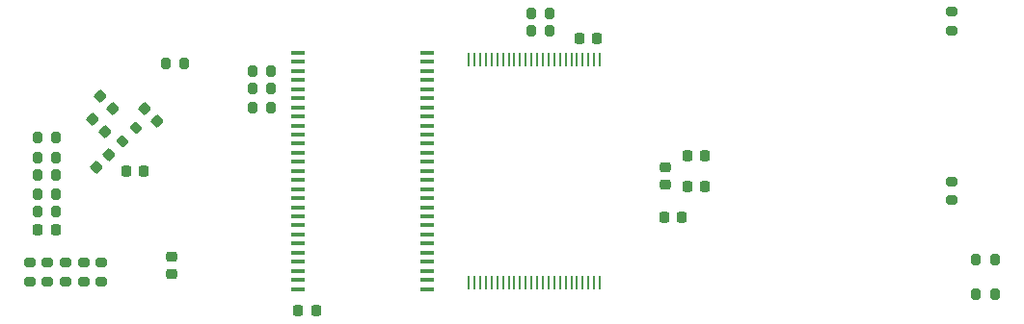
<source format=gbr>
%TF.GenerationSoftware,KiCad,Pcbnew,7.0.7*%
%TF.CreationDate,2024-03-25T22:36:03+08:00*%
%TF.ProjectId,eins2440,65696e73-3234-4343-902e-6b696361645f,rev?*%
%TF.SameCoordinates,Original*%
%TF.FileFunction,Paste,Bot*%
%TF.FilePolarity,Positive*%
%FSLAX46Y46*%
G04 Gerber Fmt 4.6, Leading zero omitted, Abs format (unit mm)*
G04 Created by KiCad (PCBNEW 7.0.7) date 2024-03-25 22:36:03*
%MOMM*%
%LPD*%
G01*
G04 APERTURE LIST*
G04 Aperture macros list*
%AMRoundRect*
0 Rectangle with rounded corners*
0 $1 Rounding radius*
0 $2 $3 $4 $5 $6 $7 $8 $9 X,Y pos of 4 corners*
0 Add a 4 corners polygon primitive as box body*
4,1,4,$2,$3,$4,$5,$6,$7,$8,$9,$2,$3,0*
0 Add four circle primitives for the rounded corners*
1,1,$1+$1,$2,$3*
1,1,$1+$1,$4,$5*
1,1,$1+$1,$6,$7*
1,1,$1+$1,$8,$9*
0 Add four rect primitives between the rounded corners*
20,1,$1+$1,$2,$3,$4,$5,0*
20,1,$1+$1,$4,$5,$6,$7,0*
20,1,$1+$1,$6,$7,$8,$9,0*
20,1,$1+$1,$8,$9,$2,$3,0*%
G04 Aperture macros list end*
%ADD10RoundRect,0.200000X0.200000X0.275000X-0.200000X0.275000X-0.200000X-0.275000X0.200000X-0.275000X0*%
%ADD11RoundRect,0.225000X0.225000X0.250000X-0.225000X0.250000X-0.225000X-0.250000X0.225000X-0.250000X0*%
%ADD12RoundRect,0.200000X0.275000X-0.200000X0.275000X0.200000X-0.275000X0.200000X-0.275000X-0.200000X0*%
%ADD13RoundRect,0.225000X-0.335876X-0.017678X-0.017678X-0.335876X0.335876X0.017678X0.017678X0.335876X0*%
%ADD14RoundRect,0.225000X-0.225000X-0.250000X0.225000X-0.250000X0.225000X0.250000X-0.225000X0.250000X0*%
%ADD15RoundRect,0.225000X-0.250000X0.225000X-0.250000X-0.225000X0.250000X-0.225000X0.250000X0.225000X0*%
%ADD16RoundRect,0.225000X0.335876X0.017678X0.017678X0.335876X-0.335876X-0.017678X-0.017678X-0.335876X0*%
%ADD17R,1.309599X0.456400*%
%ADD18RoundRect,0.200000X-0.275000X0.200000X-0.275000X-0.200000X0.275000X-0.200000X0.275000X0.200000X0*%
%ADD19RoundRect,0.200000X0.053033X-0.335876X0.335876X-0.053033X-0.053033X0.335876X-0.335876X0.053033X0*%
%ADD20RoundRect,0.200000X-0.200000X-0.275000X0.200000X-0.275000X0.200000X0.275000X-0.200000X0.275000X0*%
%ADD21R,0.279400X1.200899*%
%ADD22RoundRect,0.225000X0.250000X-0.225000X0.250000X0.225000X-0.250000X0.225000X-0.250000X-0.225000X0*%
%ADD23RoundRect,0.225000X-0.017678X0.335876X-0.335876X0.017678X0.017678X-0.335876X0.335876X-0.017678X0*%
G04 APERTURE END LIST*
D10*
%TO.C,R44*%
X110436850Y-101456299D03*
X108786850Y-101456299D03*
%TD*%
D11*
%TO.C,C43*%
X167395000Y-99270000D03*
X165845000Y-99270000D03*
%TD*%
D12*
%TO.C,R21*%
X114401850Y-107631299D03*
X114401850Y-105981299D03*
%TD*%
D13*
%TO.C,C17*%
X118223842Y-92368291D03*
X119319858Y-93464307D03*
%TD*%
D12*
%TO.C,R13*%
X108111850Y-107621299D03*
X108111850Y-105971299D03*
%TD*%
D14*
%TO.C,C35*%
X156355000Y-86190000D03*
X157905000Y-86190000D03*
%TD*%
D10*
%TO.C,R42*%
X110436850Y-94906299D03*
X108786850Y-94906299D03*
%TD*%
D12*
%TO.C,R20*%
X112821850Y-107631299D03*
X112821850Y-105981299D03*
%TD*%
D10*
%TO.C,R7*%
X153785000Y-85560000D03*
X152135000Y-85560000D03*
%TD*%
%TO.C,R3*%
X129326850Y-90646299D03*
X127676850Y-90646299D03*
%TD*%
D15*
%TO.C,C41*%
X163940000Y-97525000D03*
X163940000Y-99075000D03*
%TD*%
D16*
%TO.C,C23*%
X114719858Y-94454307D03*
X113623842Y-93358291D03*
%TD*%
D11*
%TO.C,C42*%
X167385000Y-96540000D03*
X165835000Y-96540000D03*
%TD*%
D12*
%TO.C,R19*%
X111251850Y-107626299D03*
X111251850Y-105976299D03*
%TD*%
D17*
%TO.C,U3*%
X131682650Y-108282599D03*
X131682650Y-107482499D03*
X131682650Y-106682399D03*
X131682650Y-105882299D03*
X131682650Y-105082199D03*
X131682650Y-104282099D03*
X131682650Y-103481999D03*
X131682650Y-102681899D03*
X131682650Y-101881799D03*
X131682650Y-101081699D03*
X131682650Y-100281599D03*
X131682650Y-99481499D03*
X131682650Y-98681399D03*
X131682650Y-97881299D03*
X131682650Y-97081199D03*
X131682650Y-96281099D03*
X131682650Y-95480999D03*
X131682650Y-94680899D03*
X131682650Y-93880799D03*
X131682650Y-93080699D03*
X131682650Y-92280599D03*
X131682650Y-91480499D03*
X131682650Y-90680399D03*
X131682650Y-89880299D03*
X131682650Y-89080199D03*
X131682650Y-88280099D03*
X131682650Y-87479999D03*
X143011050Y-87479999D03*
X143011050Y-88280099D03*
X143011050Y-89080199D03*
X143011050Y-89880299D03*
X143011050Y-90680399D03*
X143011050Y-91480499D03*
X143011050Y-92280599D03*
X143011050Y-93080699D03*
X143011050Y-93880799D03*
X143011050Y-94680899D03*
X143011050Y-95480999D03*
X143011050Y-96281099D03*
X143011050Y-97081199D03*
X143011050Y-97881299D03*
X143011050Y-98681399D03*
X143011050Y-99481499D03*
X143011050Y-100281599D03*
X143011050Y-101081699D03*
X143011050Y-101881799D03*
X143011050Y-102681899D03*
X143011050Y-103481999D03*
X143011050Y-104282099D03*
X143011050Y-105082199D03*
X143011050Y-105882299D03*
X143011050Y-106682399D03*
X143011050Y-107482499D03*
X143011050Y-108282599D03*
%TD*%
D18*
%TO.C,R37*%
X189080000Y-98795000D03*
X189080000Y-100445000D03*
%TD*%
D19*
%TO.C,R5*%
X116268487Y-95239662D03*
X117435213Y-94072936D03*
%TD*%
D20*
%TO.C,R45*%
X191210000Y-105720000D03*
X192860000Y-105720000D03*
%TD*%
D21*
%TO.C,U4*%
X146657480Y-88040251D03*
X147157860Y-88040251D03*
X147658240Y-88040251D03*
X148158620Y-88040251D03*
X148659000Y-88040251D03*
X149159380Y-88040251D03*
X149659760Y-88040251D03*
X150160140Y-88040251D03*
X150660520Y-88040251D03*
X151160900Y-88040251D03*
X151661280Y-88040251D03*
X152161660Y-88040251D03*
X152662040Y-88040251D03*
X153162420Y-88040251D03*
X153662800Y-88040251D03*
X154163180Y-88040251D03*
X154663560Y-88040251D03*
X155163940Y-88040251D03*
X155664320Y-88040251D03*
X156164700Y-88040251D03*
X156665080Y-88040251D03*
X157165460Y-88040251D03*
X157665840Y-88040251D03*
X158166220Y-88040251D03*
X158166220Y-107732347D03*
X157665840Y-107732347D03*
X157165460Y-107732347D03*
X156665080Y-107732347D03*
X156164700Y-107732347D03*
X155664320Y-107732347D03*
X155163940Y-107732347D03*
X154663560Y-107732347D03*
X154163180Y-107732347D03*
X153662800Y-107732347D03*
X153162420Y-107732347D03*
X152662040Y-107732347D03*
X152161660Y-107732347D03*
X151661280Y-107732347D03*
X151160900Y-107732347D03*
X150660520Y-107732347D03*
X150160140Y-107732347D03*
X149659760Y-107732347D03*
X149159380Y-107732347D03*
X148659000Y-107732347D03*
X148158620Y-107732347D03*
X147658240Y-107732347D03*
X147157860Y-107732347D03*
X146657480Y-107732347D03*
%TD*%
D11*
%TO.C,C24*%
X110386850Y-103031299D03*
X108836850Y-103031299D03*
%TD*%
D20*
%TO.C,R40*%
X108796850Y-96681299D03*
X110446850Y-96681299D03*
%TD*%
D12*
%TO.C,R14*%
X109681850Y-107621299D03*
X109681850Y-105971299D03*
%TD*%
D22*
%TO.C,C14*%
X120530000Y-106945000D03*
X120530000Y-105395000D03*
%TD*%
D10*
%TO.C,R43*%
X110436850Y-98231299D03*
X108786850Y-98231299D03*
%TD*%
D11*
%TO.C,C39*%
X165345000Y-101930000D03*
X163795000Y-101930000D03*
%TD*%
D23*
%TO.C,C13*%
X115059858Y-96438291D03*
X113963842Y-97534307D03*
%TD*%
D20*
%TO.C,R41*%
X108786850Y-99906299D03*
X110436850Y-99906299D03*
%TD*%
D13*
%TO.C,C15*%
X114263842Y-91328291D03*
X115359858Y-92424307D03*
%TD*%
D20*
%TO.C,R1*%
X152125000Y-84000000D03*
X153775000Y-84000000D03*
%TD*%
D14*
%TO.C,C20*%
X116585000Y-97920000D03*
X118135000Y-97920000D03*
%TD*%
D12*
%TO.C,R38*%
X189080000Y-85535000D03*
X189080000Y-83885000D03*
%TD*%
D10*
%TO.C,R12*%
X192870000Y-108720000D03*
X191220000Y-108720000D03*
%TD*%
D11*
%TO.C,C34*%
X133236850Y-110206299D03*
X131686850Y-110206299D03*
%TD*%
D10*
%TO.C,R11*%
X129326850Y-89116299D03*
X127676850Y-89116299D03*
%TD*%
%TO.C,R2*%
X129306850Y-92276299D03*
X127656850Y-92276299D03*
%TD*%
D20*
%TO.C,R4*%
X120055000Y-88450000D03*
X121705000Y-88450000D03*
%TD*%
M02*

</source>
